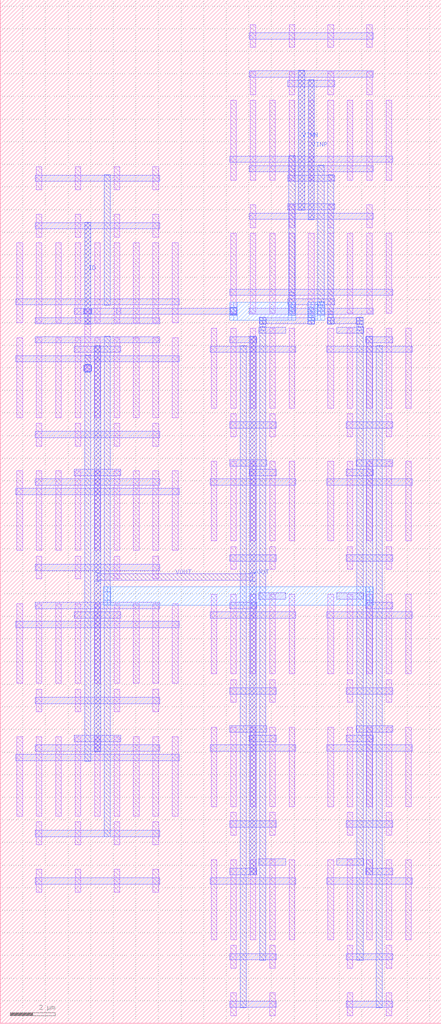
<source format=lef>
MACRO CURRENT_MIRROR_OTA
  ORIGIN 0 0 ;
  FOREIGN CURRENT_MIRROR_OTA 0 0 ;
  SIZE 19.51 BY 45.28 ;
  PIN ID
    DIRECTION INOUT ;
    USE SIGNAL ;
    PORT 
      LAYER M3 ;
        RECT 3.73 30.92 4.01 35.44 ;
    END
  END ID
  PIN VOUT
    DIRECTION INOUT ;
    USE SIGNAL ;
    PORT 
      LAYER M3 ;
        RECT 4.16 12.02 4.44 29.98 ;
      LAYER M3 ;
        RECT 11.04 6.56 11.32 30.4 ;
      LAYER M3 ;
        RECT 4.16 19.555 4.44 19.925 ;
      LAYER M2 ;
        RECT 4.3 19.6 11.18 19.88 ;
      LAYER M3 ;
        RECT 11.04 19.555 11.32 19.925 ;
    END
  END VOUT
  PIN VINP
    DIRECTION INOUT ;
    USE SIGNAL ;
    PORT 
      LAYER M3 ;
        RECT 13.62 35.54 13.9 41.74 ;
    END
  END VINP
  PIN VINN
    DIRECTION INOUT ;
    USE SIGNAL ;
    PORT 
      LAYER M3 ;
        RECT 13.19 35.96 13.47 42.16 ;
    END
  END VINN
  OBS 
  LAYER M3 ;
        RECT 3.73 11.6 4.01 29.56 ;
  LAYER M2 ;
        RECT 3.27 31.36 5.33 31.64 ;
  LAYER M3 ;
        RECT 12.76 32.18 13.04 38.38 ;
  LAYER M3 ;
        RECT 3.73 28.795 4.01 29.165 ;
  LAYER M2 ;
        RECT 3.721 28.84 4.019 29.12 ;
  LAYER M1 ;
        RECT 3.745 28.98 3.995 31.5 ;
  LAYER M2 ;
        RECT 3.71 31.36 4.03 31.64 ;
  LAYER M2 ;
        RECT 5.16 31.36 10.32 31.64 ;
  LAYER M3 ;
        RECT 10.18 31.379 10.46 31.621 ;
  LAYER M4 ;
        RECT 10.32 31.1 12.9 31.9 ;
  LAYER M3 ;
        RECT 12.76 31.5 13.04 32.34 ;
  LAYER M1 ;
        RECT 3.745 28.895 3.995 29.065 ;
  LAYER M2 ;
        RECT 3.7 28.84 4.04 29.12 ;
  LAYER M1 ;
        RECT 3.745 31.415 3.995 31.585 ;
  LAYER M2 ;
        RECT 3.7 31.36 4.04 31.64 ;
  LAYER M2 ;
        RECT 3.71 28.84 4.03 29.12 ;
  LAYER M3 ;
        RECT 3.73 28.82 4.01 29.14 ;
  LAYER M1 ;
        RECT 3.745 31.415 3.995 31.585 ;
  LAYER M2 ;
        RECT 3.7 31.36 4.04 31.64 ;
  LAYER M1 ;
        RECT 3.745 31.415 3.995 31.585 ;
  LAYER M2 ;
        RECT 3.7 31.36 4.04 31.64 ;
  LAYER M2 ;
        RECT 10.16 31.36 10.48 31.64 ;
  LAYER M3 ;
        RECT 10.18 31.34 10.46 31.66 ;
  LAYER M3 ;
        RECT 10.18 31.315 10.46 31.685 ;
  LAYER M4 ;
        RECT 10.155 31.1 10.485 31.9 ;
  LAYER M3 ;
        RECT 12.76 31.315 13.04 31.685 ;
  LAYER M4 ;
        RECT 12.735 31.1 13.065 31.9 ;
  LAYER M1 ;
        RECT 3.745 31.415 3.995 31.585 ;
  LAYER M2 ;
        RECT 3.7 31.36 4.04 31.64 ;
  LAYER M3 ;
        RECT 12.76 31.315 13.04 31.685 ;
  LAYER M4 ;
        RECT 12.735 31.1 13.065 31.9 ;
  LAYER M3 ;
        RECT 15.77 2.78 16.05 30.82 ;
  LAYER M3 ;
        RECT 14.48 31.34 14.76 37.54 ;
  LAYER M3 ;
        RECT 15.77 30.66 16.05 31.08 ;
  LAYER M2 ;
        RECT 14.62 30.94 15.91 31.22 ;
  LAYER M3 ;
        RECT 14.48 31.08 14.76 31.5 ;
  LAYER M2 ;
        RECT 14.46 30.94 14.78 31.22 ;
  LAYER M3 ;
        RECT 14.48 30.92 14.76 31.24 ;
  LAYER M2 ;
        RECT 15.75 30.94 16.07 31.22 ;
  LAYER M3 ;
        RECT 15.77 30.92 16.05 31.24 ;
  LAYER M2 ;
        RECT 14.46 30.94 14.78 31.22 ;
  LAYER M3 ;
        RECT 14.48 30.92 14.76 31.24 ;
  LAYER M2 ;
        RECT 15.75 30.94 16.07 31.22 ;
  LAYER M3 ;
        RECT 15.77 30.92 16.05 31.24 ;
  LAYER M3 ;
        RECT 4.59 8.24 4.87 30.4 ;
  LAYER M3 ;
        RECT 16.2 6.56 16.48 30.4 ;
  LAYER M3 ;
        RECT 4.59 18.715 4.87 19.085 ;
  LAYER M4 ;
        RECT 4.73 18.5 16.34 19.3 ;
  LAYER M3 ;
        RECT 16.2 18.715 16.48 19.085 ;
  LAYER M3 ;
        RECT 4.59 18.715 4.87 19.085 ;
  LAYER M4 ;
        RECT 4.565 18.5 4.895 19.3 ;
  LAYER M3 ;
        RECT 16.2 18.715 16.48 19.085 ;
  LAYER M4 ;
        RECT 16.175 18.5 16.505 19.3 ;
  LAYER M3 ;
        RECT 4.59 18.715 4.87 19.085 ;
  LAYER M4 ;
        RECT 4.565 18.5 4.895 19.3 ;
  LAYER M3 ;
        RECT 16.2 18.715 16.48 19.085 ;
  LAYER M4 ;
        RECT 16.175 18.5 16.505 19.3 ;
  LAYER M3 ;
        RECT 11.47 2.78 11.75 30.82 ;
  LAYER M3 ;
        RECT 14.05 31.76 14.33 37.96 ;
  LAYER M3 ;
        RECT 11.47 30.66 11.75 31.08 ;
  LAYER M2 ;
        RECT 11.61 30.94 13.76 31.22 ;
  LAYER M3 ;
        RECT 13.62 31.08 13.9 31.5 ;
  LAYER M4 ;
        RECT 13.76 31.1 14.19 31.9 ;
  LAYER M3 ;
        RECT 14.05 31.5 14.33 31.92 ;
  LAYER M2 ;
        RECT 11.45 30.94 11.77 31.22 ;
  LAYER M3 ;
        RECT 11.47 30.92 11.75 31.24 ;
  LAYER M2 ;
        RECT 13.6 30.94 13.92 31.22 ;
  LAYER M3 ;
        RECT 13.62 30.92 13.9 31.24 ;
  LAYER M3 ;
        RECT 13.62 31.315 13.9 31.685 ;
  LAYER M4 ;
        RECT 13.595 31.1 13.925 31.9 ;
  LAYER M3 ;
        RECT 14.05 31.315 14.33 31.685 ;
  LAYER M4 ;
        RECT 14.025 31.1 14.355 31.9 ;
  LAYER M2 ;
        RECT 11.45 30.94 11.77 31.22 ;
  LAYER M3 ;
        RECT 11.47 30.92 11.75 31.24 ;
  LAYER M2 ;
        RECT 13.6 30.94 13.92 31.22 ;
  LAYER M3 ;
        RECT 13.62 30.92 13.9 31.24 ;
  LAYER M3 ;
        RECT 13.62 31.315 13.9 31.685 ;
  LAYER M4 ;
        RECT 13.595 31.1 13.925 31.9 ;
  LAYER M3 ;
        RECT 14.05 31.315 14.33 31.685 ;
  LAYER M4 ;
        RECT 14.025 31.1 14.355 31.9 ;
  LAYER M1 ;
        RECT 1.595 30.995 1.845 34.525 ;
  LAYER M1 ;
        RECT 1.595 34.775 1.845 35.785 ;
  LAYER M1 ;
        RECT 1.595 36.875 1.845 37.885 ;
  LAYER M1 ;
        RECT 0.735 30.995 0.985 34.525 ;
  LAYER M1 ;
        RECT 2.455 30.995 2.705 34.525 ;
  LAYER M1 ;
        RECT 3.315 30.995 3.565 34.525 ;
  LAYER M1 ;
        RECT 3.315 34.775 3.565 35.785 ;
  LAYER M1 ;
        RECT 3.315 36.875 3.565 37.885 ;
  LAYER M1 ;
        RECT 4.175 30.995 4.425 34.525 ;
  LAYER M1 ;
        RECT 5.035 30.995 5.285 34.525 ;
  LAYER M1 ;
        RECT 5.035 34.775 5.285 35.785 ;
  LAYER M1 ;
        RECT 5.035 36.875 5.285 37.885 ;
  LAYER M1 ;
        RECT 5.895 30.995 6.145 34.525 ;
  LAYER M1 ;
        RECT 6.755 30.995 7.005 34.525 ;
  LAYER M1 ;
        RECT 6.755 34.775 7.005 35.785 ;
  LAYER M1 ;
        RECT 6.755 36.875 7.005 37.885 ;
  LAYER M1 ;
        RECT 7.615 30.995 7.865 34.525 ;
  LAYER M2 ;
        RECT 1.55 30.94 7.05 31.22 ;
  LAYER M2 ;
        RECT 1.55 35.14 7.05 35.42 ;
  LAYER M2 ;
        RECT 0.69 31.78 7.91 32.06 ;
  LAYER M2 ;
        RECT 1.55 37.24 7.05 37.52 ;
  LAYER M3 ;
        RECT 3.73 30.92 4.01 35.44 ;
  LAYER M2 ;
        RECT 3.27 31.36 5.33 31.64 ;
  LAYER M3 ;
        RECT 4.59 31.76 4.87 37.54 ;
  LAYER M1 ;
        RECT 15.355 27.215 15.605 30.745 ;
  LAYER M1 ;
        RECT 15.355 25.955 15.605 26.965 ;
  LAYER M1 ;
        RECT 15.355 21.335 15.605 24.865 ;
  LAYER M1 ;
        RECT 15.355 20.075 15.605 21.085 ;
  LAYER M1 ;
        RECT 15.355 15.455 15.605 18.985 ;
  LAYER M1 ;
        RECT 15.355 14.195 15.605 15.205 ;
  LAYER M1 ;
        RECT 15.355 9.575 15.605 13.105 ;
  LAYER M1 ;
        RECT 15.355 8.315 15.605 9.325 ;
  LAYER M1 ;
        RECT 15.355 3.695 15.605 7.225 ;
  LAYER M1 ;
        RECT 15.355 2.435 15.605 3.445 ;
  LAYER M1 ;
        RECT 15.355 0.335 15.605 1.345 ;
  LAYER M1 ;
        RECT 14.495 27.215 14.745 30.745 ;
  LAYER M1 ;
        RECT 14.495 21.335 14.745 24.865 ;
  LAYER M1 ;
        RECT 14.495 15.455 14.745 18.985 ;
  LAYER M1 ;
        RECT 14.495 9.575 14.745 13.105 ;
  LAYER M1 ;
        RECT 14.495 3.695 14.745 7.225 ;
  LAYER M1 ;
        RECT 16.215 27.215 16.465 30.745 ;
  LAYER M1 ;
        RECT 16.215 21.335 16.465 24.865 ;
  LAYER M1 ;
        RECT 16.215 15.455 16.465 18.985 ;
  LAYER M1 ;
        RECT 16.215 9.575 16.465 13.105 ;
  LAYER M1 ;
        RECT 16.215 3.695 16.465 7.225 ;
  LAYER M1 ;
        RECT 17.075 27.215 17.325 30.745 ;
  LAYER M1 ;
        RECT 17.075 25.955 17.325 26.965 ;
  LAYER M1 ;
        RECT 17.075 21.335 17.325 24.865 ;
  LAYER M1 ;
        RECT 17.075 20.075 17.325 21.085 ;
  LAYER M1 ;
        RECT 17.075 15.455 17.325 18.985 ;
  LAYER M1 ;
        RECT 17.075 14.195 17.325 15.205 ;
  LAYER M1 ;
        RECT 17.075 9.575 17.325 13.105 ;
  LAYER M1 ;
        RECT 17.075 8.315 17.325 9.325 ;
  LAYER M1 ;
        RECT 17.075 3.695 17.325 7.225 ;
  LAYER M1 ;
        RECT 17.075 2.435 17.325 3.445 ;
  LAYER M1 ;
        RECT 17.075 0.335 17.325 1.345 ;
  LAYER M1 ;
        RECT 17.935 27.215 18.185 30.745 ;
  LAYER M1 ;
        RECT 17.935 21.335 18.185 24.865 ;
  LAYER M1 ;
        RECT 17.935 15.455 18.185 18.985 ;
  LAYER M1 ;
        RECT 17.935 9.575 18.185 13.105 ;
  LAYER M1 ;
        RECT 17.935 3.695 18.185 7.225 ;
  LAYER M2 ;
        RECT 14.88 30.52 16.08 30.8 ;
  LAYER M2 ;
        RECT 15.31 26.32 17.37 26.6 ;
  LAYER M2 ;
        RECT 16.17 30.1 17.37 30.38 ;
  LAYER M2 ;
        RECT 14.45 29.68 18.23 29.96 ;
  LAYER M2 ;
        RECT 15.74 24.64 17.37 24.92 ;
  LAYER M2 ;
        RECT 15.31 20.44 17.37 20.72 ;
  LAYER M2 ;
        RECT 15.31 24.22 16.51 24.5 ;
  LAYER M2 ;
        RECT 14.45 23.8 18.23 24.08 ;
  LAYER M2 ;
        RECT 14.88 18.76 16.08 19.04 ;
  LAYER M2 ;
        RECT 15.31 14.56 17.37 14.84 ;
  LAYER M2 ;
        RECT 16.17 18.34 17.37 18.62 ;
  LAYER M2 ;
        RECT 14.45 17.92 18.23 18.2 ;
  LAYER M2 ;
        RECT 15.74 12.88 17.37 13.16 ;
  LAYER M2 ;
        RECT 15.31 8.68 17.37 8.96 ;
  LAYER M2 ;
        RECT 15.31 12.46 16.51 12.74 ;
  LAYER M2 ;
        RECT 14.45 12.04 18.23 12.32 ;
  LAYER M2 ;
        RECT 14.88 7 16.08 7.28 ;
  LAYER M2 ;
        RECT 15.31 2.8 17.37 3.08 ;
  LAYER M2 ;
        RECT 16.17 6.58 17.37 6.86 ;
  LAYER M2 ;
        RECT 14.45 6.16 18.23 6.44 ;
  LAYER M2 ;
        RECT 15.31 0.7 17.37 0.98 ;
  LAYER M3 ;
        RECT 15.77 2.78 16.05 30.82 ;
  LAYER M3 ;
        RECT 16.2 6.56 16.48 30.4 ;
  LAYER M3 ;
        RECT 16.63 0.68 16.91 29.98 ;
  LAYER M1 ;
        RECT 11.915 27.215 12.165 30.745 ;
  LAYER M1 ;
        RECT 11.915 25.955 12.165 26.965 ;
  LAYER M1 ;
        RECT 11.915 21.335 12.165 24.865 ;
  LAYER M1 ;
        RECT 11.915 20.075 12.165 21.085 ;
  LAYER M1 ;
        RECT 11.915 15.455 12.165 18.985 ;
  LAYER M1 ;
        RECT 11.915 14.195 12.165 15.205 ;
  LAYER M1 ;
        RECT 11.915 9.575 12.165 13.105 ;
  LAYER M1 ;
        RECT 11.915 8.315 12.165 9.325 ;
  LAYER M1 ;
        RECT 11.915 3.695 12.165 7.225 ;
  LAYER M1 ;
        RECT 11.915 2.435 12.165 3.445 ;
  LAYER M1 ;
        RECT 11.915 0.335 12.165 1.345 ;
  LAYER M1 ;
        RECT 12.775 27.215 13.025 30.745 ;
  LAYER M1 ;
        RECT 12.775 21.335 13.025 24.865 ;
  LAYER M1 ;
        RECT 12.775 15.455 13.025 18.985 ;
  LAYER M1 ;
        RECT 12.775 9.575 13.025 13.105 ;
  LAYER M1 ;
        RECT 12.775 3.695 13.025 7.225 ;
  LAYER M1 ;
        RECT 11.055 27.215 11.305 30.745 ;
  LAYER M1 ;
        RECT 11.055 21.335 11.305 24.865 ;
  LAYER M1 ;
        RECT 11.055 15.455 11.305 18.985 ;
  LAYER M1 ;
        RECT 11.055 9.575 11.305 13.105 ;
  LAYER M1 ;
        RECT 11.055 3.695 11.305 7.225 ;
  LAYER M1 ;
        RECT 10.195 27.215 10.445 30.745 ;
  LAYER M1 ;
        RECT 10.195 25.955 10.445 26.965 ;
  LAYER M1 ;
        RECT 10.195 21.335 10.445 24.865 ;
  LAYER M1 ;
        RECT 10.195 20.075 10.445 21.085 ;
  LAYER M1 ;
        RECT 10.195 15.455 10.445 18.985 ;
  LAYER M1 ;
        RECT 10.195 14.195 10.445 15.205 ;
  LAYER M1 ;
        RECT 10.195 9.575 10.445 13.105 ;
  LAYER M1 ;
        RECT 10.195 8.315 10.445 9.325 ;
  LAYER M1 ;
        RECT 10.195 3.695 10.445 7.225 ;
  LAYER M1 ;
        RECT 10.195 2.435 10.445 3.445 ;
  LAYER M1 ;
        RECT 10.195 0.335 10.445 1.345 ;
  LAYER M1 ;
        RECT 9.335 27.215 9.585 30.745 ;
  LAYER M1 ;
        RECT 9.335 21.335 9.585 24.865 ;
  LAYER M1 ;
        RECT 9.335 15.455 9.585 18.985 ;
  LAYER M1 ;
        RECT 9.335 9.575 9.585 13.105 ;
  LAYER M1 ;
        RECT 9.335 3.695 9.585 7.225 ;
  LAYER M2 ;
        RECT 11.44 30.52 12.64 30.8 ;
  LAYER M2 ;
        RECT 10.15 26.32 12.21 26.6 ;
  LAYER M2 ;
        RECT 10.15 30.1 11.35 30.38 ;
  LAYER M2 ;
        RECT 9.29 29.68 13.07 29.96 ;
  LAYER M2 ;
        RECT 10.15 24.64 11.78 24.92 ;
  LAYER M2 ;
        RECT 10.15 20.44 12.21 20.72 ;
  LAYER M2 ;
        RECT 11.01 24.22 12.21 24.5 ;
  LAYER M2 ;
        RECT 9.29 23.8 13.07 24.08 ;
  LAYER M2 ;
        RECT 11.44 18.76 12.64 19.04 ;
  LAYER M2 ;
        RECT 10.15 14.56 12.21 14.84 ;
  LAYER M2 ;
        RECT 10.15 18.34 11.35 18.62 ;
  LAYER M2 ;
        RECT 9.29 17.92 13.07 18.2 ;
  LAYER M2 ;
        RECT 10.15 12.88 11.78 13.16 ;
  LAYER M2 ;
        RECT 10.15 8.68 12.21 8.96 ;
  LAYER M2 ;
        RECT 11.01 12.46 12.21 12.74 ;
  LAYER M2 ;
        RECT 9.29 12.04 13.07 12.32 ;
  LAYER M2 ;
        RECT 11.44 7 12.64 7.28 ;
  LAYER M2 ;
        RECT 10.15 2.8 12.21 3.08 ;
  LAYER M2 ;
        RECT 10.15 6.58 11.35 6.86 ;
  LAYER M2 ;
        RECT 9.29 6.16 13.07 6.44 ;
  LAYER M2 ;
        RECT 10.15 0.7 12.21 0.98 ;
  LAYER M3 ;
        RECT 11.47 2.78 11.75 30.82 ;
  LAYER M3 ;
        RECT 11.04 6.56 11.32 30.4 ;
  LAYER M3 ;
        RECT 10.61 0.68 10.89 29.98 ;
  LAYER M1 ;
        RECT 6.755 26.795 7.005 30.325 ;
  LAYER M1 ;
        RECT 6.755 25.535 7.005 26.545 ;
  LAYER M1 ;
        RECT 6.755 20.915 7.005 24.445 ;
  LAYER M1 ;
        RECT 6.755 19.655 7.005 20.665 ;
  LAYER M1 ;
        RECT 6.755 15.035 7.005 18.565 ;
  LAYER M1 ;
        RECT 6.755 13.775 7.005 14.785 ;
  LAYER M1 ;
        RECT 6.755 9.155 7.005 12.685 ;
  LAYER M1 ;
        RECT 6.755 7.895 7.005 8.905 ;
  LAYER M1 ;
        RECT 6.755 5.795 7.005 6.805 ;
  LAYER M1 ;
        RECT 7.615 26.795 7.865 30.325 ;
  LAYER M1 ;
        RECT 7.615 20.915 7.865 24.445 ;
  LAYER M1 ;
        RECT 7.615 15.035 7.865 18.565 ;
  LAYER M1 ;
        RECT 7.615 9.155 7.865 12.685 ;
  LAYER M1 ;
        RECT 5.895 26.795 6.145 30.325 ;
  LAYER M1 ;
        RECT 5.895 20.915 6.145 24.445 ;
  LAYER M1 ;
        RECT 5.895 15.035 6.145 18.565 ;
  LAYER M1 ;
        RECT 5.895 9.155 6.145 12.685 ;
  LAYER M1 ;
        RECT 5.035 26.795 5.285 30.325 ;
  LAYER M1 ;
        RECT 5.035 25.535 5.285 26.545 ;
  LAYER M1 ;
        RECT 5.035 20.915 5.285 24.445 ;
  LAYER M1 ;
        RECT 5.035 19.655 5.285 20.665 ;
  LAYER M1 ;
        RECT 5.035 15.035 5.285 18.565 ;
  LAYER M1 ;
        RECT 5.035 13.775 5.285 14.785 ;
  LAYER M1 ;
        RECT 5.035 9.155 5.285 12.685 ;
  LAYER M1 ;
        RECT 5.035 7.895 5.285 8.905 ;
  LAYER M1 ;
        RECT 5.035 5.795 5.285 6.805 ;
  LAYER M1 ;
        RECT 4.175 26.795 4.425 30.325 ;
  LAYER M1 ;
        RECT 4.175 20.915 4.425 24.445 ;
  LAYER M1 ;
        RECT 4.175 15.035 4.425 18.565 ;
  LAYER M1 ;
        RECT 4.175 9.155 4.425 12.685 ;
  LAYER M1 ;
        RECT 3.315 26.795 3.565 30.325 ;
  LAYER M1 ;
        RECT 3.315 25.535 3.565 26.545 ;
  LAYER M1 ;
        RECT 3.315 20.915 3.565 24.445 ;
  LAYER M1 ;
        RECT 3.315 19.655 3.565 20.665 ;
  LAYER M1 ;
        RECT 3.315 15.035 3.565 18.565 ;
  LAYER M1 ;
        RECT 3.315 13.775 3.565 14.785 ;
  LAYER M1 ;
        RECT 3.315 9.155 3.565 12.685 ;
  LAYER M1 ;
        RECT 3.315 7.895 3.565 8.905 ;
  LAYER M1 ;
        RECT 3.315 5.795 3.565 6.805 ;
  LAYER M1 ;
        RECT 2.455 26.795 2.705 30.325 ;
  LAYER M1 ;
        RECT 2.455 20.915 2.705 24.445 ;
  LAYER M1 ;
        RECT 2.455 15.035 2.705 18.565 ;
  LAYER M1 ;
        RECT 2.455 9.155 2.705 12.685 ;
  LAYER M1 ;
        RECT 1.595 26.795 1.845 30.325 ;
  LAYER M1 ;
        RECT 1.595 25.535 1.845 26.545 ;
  LAYER M1 ;
        RECT 1.595 20.915 1.845 24.445 ;
  LAYER M1 ;
        RECT 1.595 19.655 1.845 20.665 ;
  LAYER M1 ;
        RECT 1.595 15.035 1.845 18.565 ;
  LAYER M1 ;
        RECT 1.595 13.775 1.845 14.785 ;
  LAYER M1 ;
        RECT 1.595 9.155 1.845 12.685 ;
  LAYER M1 ;
        RECT 1.595 7.895 1.845 8.905 ;
  LAYER M1 ;
        RECT 1.595 5.795 1.845 6.805 ;
  LAYER M1 ;
        RECT 0.735 26.795 0.985 30.325 ;
  LAYER M1 ;
        RECT 0.735 20.915 0.985 24.445 ;
  LAYER M1 ;
        RECT 0.735 15.035 0.985 18.565 ;
  LAYER M1 ;
        RECT 0.735 9.155 0.985 12.685 ;
  LAYER M2 ;
        RECT 1.55 30.1 7.05 30.38 ;
  LAYER M2 ;
        RECT 1.55 25.9 7.05 26.18 ;
  LAYER M2 ;
        RECT 3.27 29.68 5.33 29.96 ;
  LAYER M2 ;
        RECT 0.69 29.26 7.91 29.54 ;
  LAYER M2 ;
        RECT 3.27 24.22 5.33 24.5 ;
  LAYER M2 ;
        RECT 1.55 20.02 7.05 20.3 ;
  LAYER M2 ;
        RECT 1.55 23.8 7.05 24.08 ;
  LAYER M2 ;
        RECT 0.69 23.38 7.91 23.66 ;
  LAYER M2 ;
        RECT 1.55 18.34 7.05 18.62 ;
  LAYER M2 ;
        RECT 1.55 14.14 7.05 14.42 ;
  LAYER M2 ;
        RECT 3.27 17.92 5.33 18.2 ;
  LAYER M2 ;
        RECT 0.69 17.5 7.91 17.78 ;
  LAYER M2 ;
        RECT 3.27 12.46 5.33 12.74 ;
  LAYER M2 ;
        RECT 1.55 8.26 7.05 8.54 ;
  LAYER M2 ;
        RECT 1.55 12.04 7.05 12.32 ;
  LAYER M2 ;
        RECT 0.69 11.62 7.91 11.9 ;
  LAYER M2 ;
        RECT 1.55 6.16 7.05 6.44 ;
  LAYER M3 ;
        RECT 4.59 8.24 4.87 30.4 ;
  LAYER M3 ;
        RECT 4.16 12.02 4.44 29.98 ;
  LAYER M3 ;
        RECT 3.73 11.6 4.01 29.56 ;
  LAYER M1 ;
        RECT 16.215 31.415 16.465 34.945 ;
  LAYER M1 ;
        RECT 16.215 35.195 16.465 36.205 ;
  LAYER M1 ;
        RECT 16.215 37.295 16.465 40.825 ;
  LAYER M1 ;
        RECT 16.215 41.075 16.465 42.085 ;
  LAYER M1 ;
        RECT 16.215 43.175 16.465 44.185 ;
  LAYER M1 ;
        RECT 17.075 31.415 17.325 34.945 ;
  LAYER M1 ;
        RECT 17.075 37.295 17.325 40.825 ;
  LAYER M1 ;
        RECT 15.355 31.415 15.605 34.945 ;
  LAYER M1 ;
        RECT 15.355 37.295 15.605 40.825 ;
  LAYER M1 ;
        RECT 14.495 31.415 14.745 34.945 ;
  LAYER M1 ;
        RECT 14.495 35.195 14.745 36.205 ;
  LAYER M1 ;
        RECT 14.495 37.295 14.745 40.825 ;
  LAYER M1 ;
        RECT 14.495 41.075 14.745 42.085 ;
  LAYER M1 ;
        RECT 14.495 43.175 14.745 44.185 ;
  LAYER M1 ;
        RECT 13.635 31.415 13.885 34.945 ;
  LAYER M1 ;
        RECT 13.635 37.295 13.885 40.825 ;
  LAYER M1 ;
        RECT 12.775 31.415 13.025 34.945 ;
  LAYER M1 ;
        RECT 12.775 35.195 13.025 36.205 ;
  LAYER M1 ;
        RECT 12.775 37.295 13.025 40.825 ;
  LAYER M1 ;
        RECT 12.775 41.075 13.025 42.085 ;
  LAYER M1 ;
        RECT 12.775 43.175 13.025 44.185 ;
  LAYER M1 ;
        RECT 11.915 31.415 12.165 34.945 ;
  LAYER M1 ;
        RECT 11.915 37.295 12.165 40.825 ;
  LAYER M1 ;
        RECT 11.055 31.415 11.305 34.945 ;
  LAYER M1 ;
        RECT 11.055 35.195 11.305 36.205 ;
  LAYER M1 ;
        RECT 11.055 37.295 11.305 40.825 ;
  LAYER M1 ;
        RECT 11.055 41.075 11.305 42.085 ;
  LAYER M1 ;
        RECT 11.055 43.175 11.305 44.185 ;
  LAYER M1 ;
        RECT 10.195 31.415 10.445 34.945 ;
  LAYER M1 ;
        RECT 10.195 37.295 10.445 40.825 ;
  LAYER M2 ;
        RECT 11.01 31.36 16.51 31.64 ;
  LAYER M2 ;
        RECT 12.73 31.78 14.79 32.06 ;
  LAYER M2 ;
        RECT 11.01 35.56 16.51 35.84 ;
  LAYER M2 ;
        RECT 12.73 35.98 14.79 36.26 ;
  LAYER M2 ;
        RECT 10.15 32.2 17.37 32.48 ;
  LAYER M2 ;
        RECT 12.73 37.24 14.79 37.52 ;
  LAYER M2 ;
        RECT 11.01 37.66 16.51 37.94 ;
  LAYER M2 ;
        RECT 12.73 41.44 14.79 41.72 ;
  LAYER M2 ;
        RECT 11.01 41.86 16.51 42.14 ;
  LAYER M2 ;
        RECT 10.15 38.08 17.37 38.36 ;
  LAYER M2 ;
        RECT 11.01 43.54 16.51 43.82 ;
  LAYER M3 ;
        RECT 14.48 31.34 14.76 37.54 ;
  LAYER M3 ;
        RECT 14.05 31.76 14.33 37.96 ;
  LAYER M3 ;
        RECT 13.62 35.54 13.9 41.74 ;
  LAYER M3 ;
        RECT 13.19 35.96 13.47 42.16 ;
  LAYER M3 ;
        RECT 12.76 32.18 13.04 38.38 ;
  END 
END CURRENT_MIRROR_OTA

</source>
